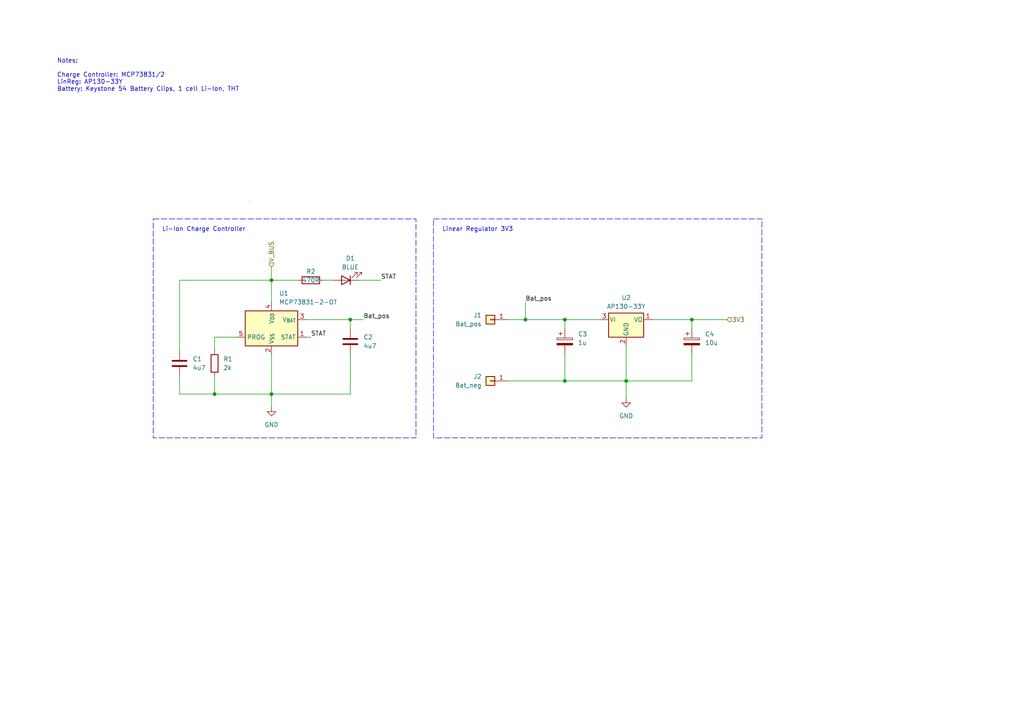
<source format=kicad_sch>
(kicad_sch (version 20231120) (generator "eeschema") (generator_version "8.0")
  (paper "A4")
  (title_block (title "Powersupply") (date "2023-09-03") (company "M.Spielberg"))
  (lib_symbols
    (symbol "Battery_Management:MCP73831-2-OT"
      (property "Reference" "U" (at -7.62 6.35 0))
      (property "Value" "MCP73831-2-OT" (at 1.27 6.35 0))
      (symbol "MCP73831-2-OT_0_1"
        (rectangle (start -7.62 5.08) (end 7.62 -5.08) (stroke (width 0.254)) (fill (type background)))
      )
      (symbol "MCP73831-2-OT_1_1"
        (pin output line (at 10.16 -2.54 180) (length 2.54) (name "STAT") (number "1"))
        (pin power_in line (at 0 -7.62 90) (length 2.54) (name "V_{SS}") (number "2"))
        (pin power_out line (at 10.16 2.54 180) (length 2.54) (name "V_{BAT}") (number "3"))
        (pin power_in line (at 0 7.62 270) (length 2.54) (name "V_{DD}") (number "4"))
        (pin input line (at -10.16 -2.54 0) (length 2.54) (name "PROG") (number "5"))
      )
    )
    (symbol "Connector_Generic:Conn_01x01" (pin_names (offset 1.016) hide)
      (property "Reference" "J" (at 0 2.54 0))
      (property "Value" "Conn_01x01" (at 0 -2.54 0))
      (symbol "Conn_01x01_1_1"
        (rectangle (start -1.27 0.127) (end 0 -0.127) (stroke (width 0.1524)))
        (rectangle (start -1.27 1.27) (end 1.27 -1.27) (stroke (width 0.254)) (fill (type background)))
        (pin passive line (at -5.08 0 0) (length 3.81) (name "Pin_1") (number "1"))
      )
    )
    (symbol "Device:C" (pin_numbers hide) (pin_names (offset 0.254))
      (property "Reference" "C" (at 0.635 2.54 0))
      (property "Value" "C" (at 0.635 -2.54 0))
      (symbol "C_0_1"
        (polyline (pts (xy -2.032 -0.762) (xy 2.032 -0.762)) (stroke (width 0.508)))
        (polyline (pts (xy -2.032 0.762) (xy 2.032 0.762)) (stroke (width 0.508)))
      )
      (symbol "C_1_1"
        (pin passive line (at 0 3.81 270) (length 2.794) (name "~") (number "1"))
        (pin passive line (at 0 -3.81 90) (length 2.794) (name "~") (number "2"))
      )
    )
    (symbol "Device:C_Polarized" (pin_numbers hide) (pin_names (offset 0.254))
      (property "Reference" "C" (at 0.635 2.54 0))
      (property "Value" "C_Polarized" (at 0.635 -2.54 0))
      (symbol "C_Polarized_0_1"
        (rectangle (start -2.286 0.508) (end 2.286 1.016))
        (polyline (pts (xy -1.778 2.286) (xy -0.762 2.286)))
        (polyline (pts (xy -1.27 2.794) (xy -1.27 1.778)))
        (rectangle (start 2.286 -0.508) (end -2.286 -1.016) (fill (type outline)))
      )
      (symbol "C_Polarized_1_1"
        (pin passive line (at 0 3.81 270) (length 2.794) (name "~") (number "1"))
        (pin passive line (at 0 -3.81 90) (length 2.794) (name "~") (number "2"))
      )
    )
    (symbol "Device:LED" (pin_numbers hide) (pin_names (offset 1.016) hide)
      (property "Reference" "D" (at 0 2.54 0))
      (property "Value" "LED" (at 0 -2.54 0))
      (symbol "LED_0_1"
        (polyline (pts (xy -1.27 -1.27) (xy -1.27 1.27)) (stroke (width 0.254)))
        (polyline (pts (xy -1.27 0) (xy 1.27 0)))
        (polyline (pts (xy 1.27 -1.27) (xy 1.27 1.27) (xy -1.27 0) (xy 1.27 -1.27)) (stroke (width 0.254)))
        (polyline (pts (xy -3.048 -0.762) (xy -4.572 -2.286) (xy -3.81 -2.286) (xy -4.572 -2.286) (xy -4.572 -1.524)))
        (polyline (pts (xy -1.778 -0.762) (xy -3.302 -2.286) (xy -2.54 -2.286) (xy -3.302 -2.286) (xy -3.302 -1.524)))
      )
      (symbol "LED_1_1"
        (pin passive line (at -3.81 0 0) (length 2.54) (name "K") (number "1"))
        (pin passive line (at 3.81 0 180) (length 2.54) (name "A") (number "2"))
      )
    )
    (symbol "Device:R" (pin_numbers hide) (pin_names (offset 0))
      (property "Reference" "R" (at 2.032 0 90))
      (property "Value" "R" (at 0 0 90))
      (symbol "R_0_1"
        (rectangle (start -1.016 -2.54) (end 1.016 2.54) (stroke (width 0.254)))
      )
      (symbol "R_1_1"
        (pin passive line (at 0 3.81 270) (length 1.27) (name "~") (number "1"))
        (pin passive line (at 0 -3.81 90) (length 1.27) (name "~") (number "2"))
      )
    )
    (symbol "Regulator_Linear:AP130-33Y" (pin_names (offset 0.254))
      (property "Reference" "U" (at -3.81 3.175 0))
      (property "Value" "AP130-33Y" (at 0 3.175 0))
      (symbol "AP130-33Y_0_1"
        (rectangle (start -5.08 1.905) (end 5.08 -5.08) (stroke (width 0.254)) (fill (type background)))
      )
      (symbol "AP130-33Y_1_1"
        (pin power_out line (at 7.62 0 180) (length 2.54) (name "VO") (number "1"))
        (pin power_in line (at 0 -7.62 90) (length 2.54) (name "GND") (number "2"))
        (pin power_in line (at -7.62 0 0) (length 2.54) (name "VI") (number "3"))
      )
    )
    (symbol "power:GND" (power) (pin_names (offset 0))
      (property "Value" "GND" (at 0 -3.81 0))
      (symbol "GND_0_1"
        (polyline (pts (xy 0 0) (xy 0 -1.27) (xy 1.27 -1.27) (xy 0 -2.54) (xy -1.27 -1.27) (xy 0 -1.27)))
      )
      (symbol "GND_1_1"
        (pin power_in line (at 0 0 270) (length 0) hide (name "GND") (number "1"))
      )
    )
  )
  (junction (at 163.83 110.49))
  (junction (at 101.6 92.71))
  (junction (at 78.74 81.28))
  (junction (at 163.83 92.71))
  (junction (at 200.66 92.71))
  (junction (at 181.61 110.49))
  (junction (at 62.23 114.3))
  (junction (at 78.74 114.3))
  (junction (at 152.4 92.71))
  (wire (pts (xy 78.74 81.28) (xy 86.36 81.28)))
  (wire (pts (xy 200.66 110.49) (xy 181.61 110.49)))
  (wire (pts (xy 101.6 114.3) (xy 78.74 114.3)))
  (wire (pts (xy 101.6 92.71) (xy 101.6 95.25)))
  (wire (pts (xy 52.07 114.3) (xy 62.23 114.3)))
  (wire (pts (xy 62.23 114.3) (xy 78.74 114.3)))
  (wire (pts (xy 88.9 92.71) (xy 101.6 92.71)))
  (wire (pts (xy 104.14 81.28) (xy 110.49 81.28)))
  (wire (pts (xy 147.32 92.71) (xy 152.4 92.71)))
  (wire (pts (xy 78.74 114.3) (xy 78.74 118.11)))
  (wire (pts (xy 152.4 87.63) (xy 152.4 92.71)))
  (wire (pts (xy 163.83 92.71) (xy 173.99 92.71)))
  (wire (pts (xy 200.66 92.71) (xy 210.82 92.71)))
  (wire (pts (xy 200.66 102.87) (xy 200.66 110.49)))
  (wire (pts (xy 181.61 100.33) (xy 181.61 110.49)))
  (wire (pts (xy 88.9 97.79) (xy 90.17 97.79)))
  (wire (pts (xy 163.83 92.71) (xy 163.83 95.25)))
  (wire (pts (xy 68.58 97.79) (xy 62.23 97.79)))
  (wire (pts (xy 62.23 109.22) (xy 62.23 114.3)))
  (wire (pts (xy 163.83 102.87) (xy 163.83 110.49)))
  (wire (pts (xy 147.32 110.49) (xy 163.83 110.49)))
  (wire (pts (xy 52.07 101.6) (xy 52.07 81.28)))
  (wire (pts (xy 189.23 92.71) (xy 200.66 92.71)))
  (wire (pts (xy 101.6 92.71) (xy 105.41 92.71)))
  (wire (pts (xy 52.07 109.22) (xy 52.07 114.3)))
  (wire (pts (xy 96.52 81.28) (xy 93.98 81.28)))
  (wire (pts (xy 78.74 81.28) (xy 78.74 87.63)))
  (wire (pts (xy 52.07 81.28) (xy 78.74 81.28)))
  (wire (pts (xy 200.66 92.71) (xy 200.66 95.25)))
  (wire (pts (xy 78.74 102.87) (xy 78.74 114.3)))
  (wire (pts (xy 152.4 92.71) (xy 163.83 92.71)))
  (wire (pts (xy 181.61 110.49) (xy 181.61 115.57)))
  (wire (pts (xy 101.6 102.87) (xy 101.6 114.3)))
  (wire (pts (xy 62.23 97.79) (xy 62.23 101.6)))
  (wire (pts (xy 78.74 77.47) (xy 78.74 81.28)))
  (wire (pts (xy 181.61 110.49) (xy 163.83 110.49)))
  (rectangle (start 125.73 63.5) (end 220.98 127) (stroke (width 0) (type dash)))
  (rectangle (start 44.45 63.5) (end 120.65 127) (stroke (width 0) (type dash)))
  (rectangle (start 72.39 58.42) (end 72.39 58.42))
  (text "Linear Regulator 3V3" (at 128.27 67.31 0) (effects (font (size 1.27 1.27)) (justify left bottom)))
  (text "Notes:\n\nCharge Controller: MCP73831/2\nLinReg: AP130-33Y\nBattery: Keystone 54 Battery Clips, 1 cell Li-Ion, THT" (at 16.51 26.67 0) (effects (font (size 1.27 1.27)) (justify left bottom)))
  (text "Li-Ion Charge Controller" (at 46.99 67.31 0) (effects (font (size 1.27 1.27)) (justify left bottom)))
  (label "Bat_pos" (at 105.41 92.71 0))
  (label "Bat_pos" (at 152.4 87.63 0))
  (label "STAT" (at 90.17 97.79 0))
  (label "STAT" (at 110.49 81.28 0))
  (hierarchical_label "3V3" (shape input) (at 210.82 92.71 0))
  (hierarchical_label "V_BUS" (shape input) (at 78.74 77.47 90))
  (symbol (lib_id "Battery_Management:MCP73831-2-OT") (at 78.74 95.25 0) (unit 1)
    (property "Reference" "U1" (at 80.9341 85.09 0) (effects (justify left)))
    (property "Value" "MCP73831-2-OT" (at 80.9341 87.63 0) (effects (justify left)))
    (property "Footprint" "Package_TO_SOT_SMD:SOT-23-5" (effects (hide yes)))
    (property "Datasheet" "http://ww1.microchip.com/downloads/en/DeviceDoc/20001984g.pdf" (effects (hide yes)))
  )
  (symbol (lib_id "Connector_Generic:Conn_01x01") (at 142.24 92.71 0) (mirror y) (unit 1)
    (property "Reference" "J1" (at 139.7 91.44 0) (effects (justify left)))
    (property "Value" "Bat_pos" (at 139.7 93.98 0) (effects (justify left)))
    (property "Footprint" "Battery:BatteryClip_Keystone_54_D16-19mm" (effects (hide yes)))
  )
  (symbol (lib_id "Regulator_Linear:AP130-33Y") (at 181.61 92.71 0) (unit 1)
    (property "Reference" "U2" (at 181.61 86.36 0))
    (property "Value" "AP130-33Y" (at 181.61 88.9 0))
    (property "Footprint" "Package_TO_SOT_SMD:SOT-89-3" (effects (hide yes)))
    (property "Datasheet" "https://www.diodes.com/assets/Datasheets/AP130.pdf" (effects (hide yes)))
  )
  (symbol (lib_id "Device:C_Polarized") (at 163.83 99.06 0) (unit 1)
    (property "Reference" "C3" (at 167.64 96.901 0) (effects (justify left)))
    (property "Value" "1u" (at 167.64 99.441 0) (effects (justify left)))
    (property "Footprint" "Capacitor_SMD:C_0603_1608Metric_Pad1.08x0.95mm_HandSolder" (effects (hide yes)))
  )
  (symbol (lib_id "Device:C") (at 101.6 99.06 0) (unit 1)
    (property "Reference" "C2" (at 105.41 97.79 0) (effects (justify left)))
    (property "Value" "4u7" (at 105.41 100.33 0) (effects (justify left)))
    (property "Footprint" "Capacitor_SMD:C_0603_1608Metric_Pad1.08x0.95mm_HandSolder" (effects (hide yes)))
  )
  (symbol (lib_id "power:GND") (at 78.74 118.11 0) (unit 1)
    (property "Reference" "#PWR01" (effects (hide yes)))
    (property "Value" "GND" (at 78.74 123.19 0))
  )
  (symbol (lib_id "power:GND") (at 181.61 115.57 0) (unit 1)
    (property "Reference" "#PWR02" (effects (hide yes)))
    (property "Value" "GND" (at 181.61 120.65 0))
  )
  (symbol (lib_id "Device:C") (at 52.07 105.41 0) (unit 1)
    (property "Reference" "C1" (at 55.88 104.14 0) (effects (justify left)))
    (property "Value" "4u7" (at 55.88 106.68 0) (effects (justify left)))
    (property "Footprint" "Capacitor_SMD:C_0603_1608Metric_Pad1.08x0.95mm_HandSolder" (effects (hide yes)))
  )
  (symbol (lib_id "Device:LED") (at 100.33 81.28 180) (unit 1)
    (property "Reference" "D1" (at 101.6 74.93 0))
    (property "Value" "BLUE" (at 101.6 77.47 0))
    (property "Footprint" "LED_SMD:LED_0805_2012Metric" (effects (hide yes)))
  )
  (symbol (lib_id "Device:R") (at 90.17 81.28 270) (unit 1)
    (property "Reference" "R2" (at 90.17 78.74 90))
    (property "Value" "470R" (at 90.17 81.28 90))
    (property "Footprint" "Resistor_SMD:R_0402_1005Metric_Pad0.72x0.64mm_HandSolder" (effects (hide yes)))
  )
  (symbol (lib_id "Device:C_Polarized") (at 200.66 99.06 0) (unit 1)
    (property "Reference" "C4" (at 204.47 96.901 0) (effects (justify left)))
    (property "Value" "10u" (at 204.47 99.441 0) (effects (justify left)))
    (property "Footprint" "Capacitor_SMD:C_0603_1608Metric_Pad1.08x0.95mm_HandSolder" (effects (hide yes)))
  )
  (symbol (lib_id "Connector_Generic:Conn_01x01") (at 142.24 110.49 0) (mirror y) (unit 1)
    (property "Reference" "J2" (at 139.7 109.22 0) (effects (justify left)))
    (property "Value" "Bat_neg" (at 139.7 111.76 0) (effects (justify left)))
    (property "Footprint" "Battery:BatteryClip_Keystone_54_D16-19mm" (effects (hide yes)))
  )
  (symbol (lib_id "Device:R") (at 62.23 105.41 0) (unit 1)
    (property "Reference" "R1" (at 64.77 104.14 0) (effects (justify left)))
    (property "Value" "2k" (at 64.77 106.68 0) (effects (justify left)))
    (property "Footprint" "Resistor_SMD:R_0402_1005Metric_Pad0.72x0.64mm_HandSolder" (effects (hide yes)))
  )
)
</source>
